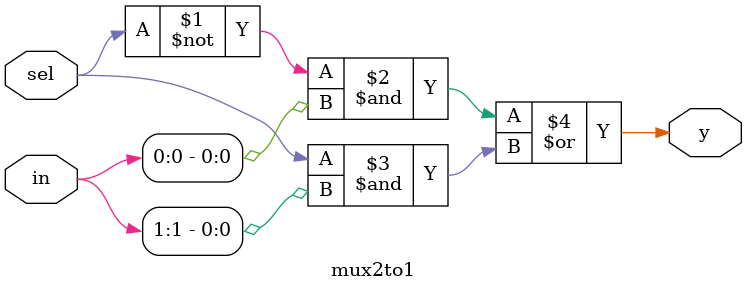
<source format=v>
module mux2to1 (input [1:0] in, 
		input sel,
		output y);
		
	assign y = (~sel & in[0] )| (sel & in[1] );
	
	
	
endmodule


</source>
